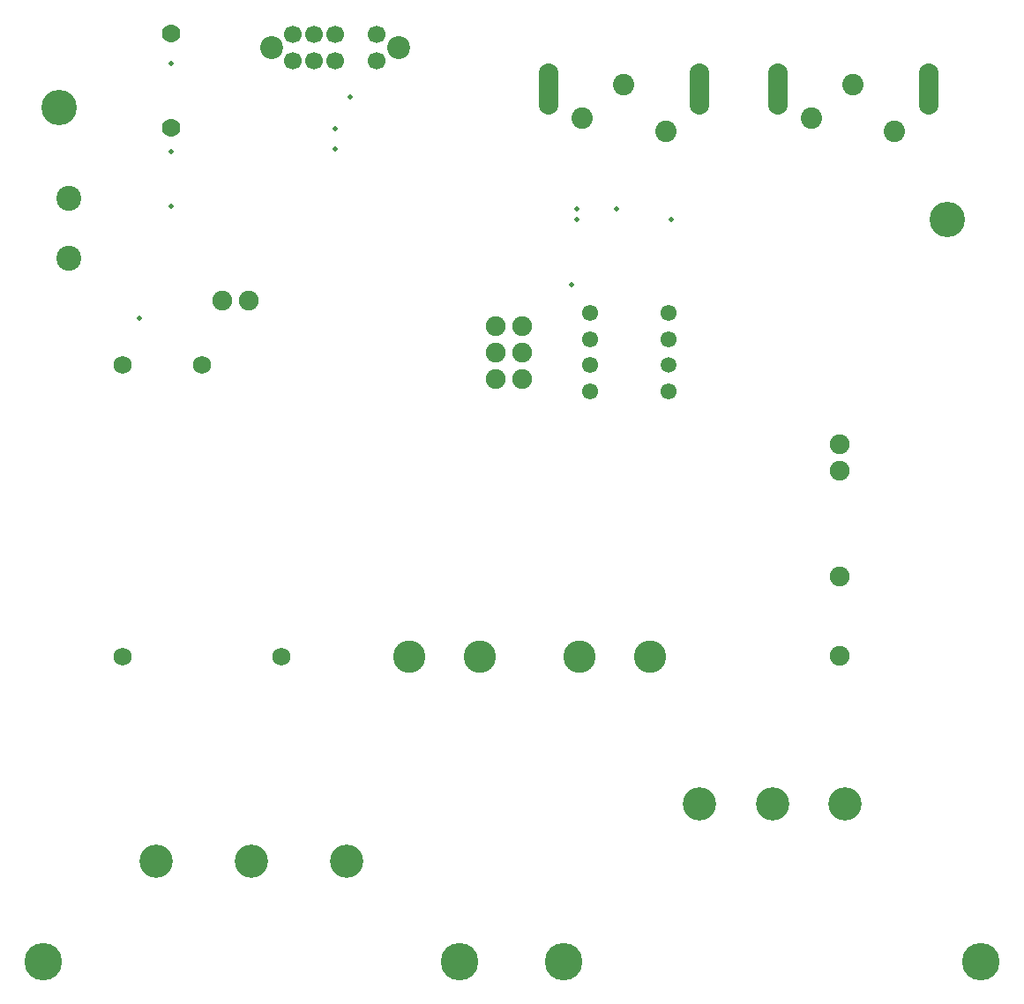
<source format=gbs>
%FSLAX46Y46*%
%MOMM*%
%AMPS18*
1,1,2.200000,0.000000,0.000000*
%
%ADD18PS18*%
%AMPS19*
1,1,1.700000,0.000000,0.000000*
%
%ADD19PS19*%
%AMPS23*
1,1,1.550000,0.000000,0.000000*
%
%ADD23PS23*%
%AMPS22*
1,1,1.500000,0.000000,0.000000*
%
%ADD22PS22*%
%AMPS27*
1,1,1.750000,0.000000,0.000000*
%
%ADD27PS27*%
%AMPS25*
1,1,3.200000,0.000000,0.000000*
%
%ADD25PS25*%
%AMPS16*
1,1,2.400000,0.000000,0.000000*
%
%ADD16PS16*%
%AMPS24*
1,1,1.550000,0.000000,0.000000*
%
%ADD24PS24*%
%AMPS28*
1,1,3.200000,0.000000,0.000000*
%
%ADD28PS28*%
%AMPS11*
1,1,2.050000,0.000000,0.000000*
%
%ADD11PS11*%
%AMPS21*
1,1,1.900000,0.000000,0.000000*
%
%ADD21PS21*%
%AMPS14*
1,1,1.900000,0.000000,0.000000*
%
%ADD14PS14*%
%AMPS20*
1,1,1.900000,0.000000,0.000000*
%
%ADD20PS20*%
%AMPS15*
1,1,3.100000,0.000000,0.000000*
%
%ADD15PS15*%
%AMPS13*
1,1,3.100000,0.000000,0.000000*
%
%ADD13PS13*%
%AMPS29*
1,1,0.500000,0.000000,0.000000*
%
%ADD29PS29*%
%AMPS10*
1,1,3.400000,0.000000,0.000000*
%
%ADD10PS10*%
%AMPS26*
1,1,3.600000,0.000000,0.000000*
%
%ADD26PS26*%
%AMPS17*
1,1,1.774800,0.000000,0.000000*
%
%ADD17PS17*%
%AMPS12*
21,1,3.000000,1.900000,0.000000,0.000000,90.000000*
1,1,1.900000,0.000000,1.500000*
1,1,1.900000,0.000000,-1.500000*
%
%ADD12PS12*%
G01*
G01*
%LPD*%
D10*
X91750000Y80000000D03*
D10*
X6500000Y90750000D03*
D11*
X64750000Y88500000D03*
D11*
X60750000Y93000000D03*
D11*
X56750000Y89750000D03*
D12*
X53500000Y92500000D03*
D12*
X68000000Y92500000D03*
D13*
X63230000Y38000000D03*
D13*
X56470000Y38000000D03*
D14*
X22230000Y72250000D03*
D14*
X24770000Y72250000D03*
D11*
X86750000Y88500000D03*
D11*
X82750000Y93000000D03*
D11*
X78750000Y89750000D03*
D12*
X75500000Y92500000D03*
D12*
X90000000Y92500000D03*
D15*
X40120000Y38000000D03*
D15*
X46880000Y38000000D03*
D16*
X7500000Y76250000D03*
D17*
X17250000Y88840000D03*
D17*
X17250000Y97907800D03*
D18*
X39100000Y96500000D03*
D18*
X26900000Y96500000D03*
D19*
X29000000Y97750000D03*
D19*
X33000000Y95250000D03*
D19*
X37000000Y95250000D03*
D19*
X37000000Y97750000D03*
D19*
X31000000Y97750000D03*
D19*
X31000000Y95250000D03*
D19*
X29000000Y95250000D03*
D19*
X33000000Y97750000D03*
D20*
X81500000Y38090000D03*
D20*
X81500000Y45710000D03*
D20*
X81500000Y58410000D03*
D20*
X81500000Y55870000D03*
D21*
X51020000Y67250000D03*
D21*
X48480000Y69790000D03*
D21*
X51020000Y69790000D03*
D21*
X48480000Y64710000D03*
D21*
X48480000Y67250000D03*
D21*
X51020000Y64710000D03*
D22*
X65000000Y66000000D03*
D23*
X57500000Y68500000D03*
D23*
X65000000Y63500000D03*
D23*
X65000000Y68500000D03*
D24*
X65000000Y71000000D03*
D23*
X57500000Y63500000D03*
D23*
X57500000Y71000000D03*
D23*
X57500000Y66000000D03*
D25*
X82000000Y23850000D03*
D26*
X55000000Y8750000D03*
D25*
X75000000Y23850000D03*
D25*
X68000000Y23850000D03*
D26*
X95000000Y8750000D03*
D27*
X12650000Y66000000D03*
D27*
X20250000Y66000000D03*
D27*
X27850000Y38000000D03*
D27*
X12650000Y38000000D03*
D16*
X7500000Y82000000D03*
D26*
X5000000Y8750000D03*
D28*
X34140000Y18400000D03*
D28*
X25000000Y18400000D03*
D28*
X15860000Y18400000D03*
D26*
X45000000Y8750000D03*
D29*
X33000000Y88750000D03*
D29*
X17250000Y95000000D03*
D29*
X60000000Y81000000D03*
D29*
X17250000Y81250000D03*
D29*
X17250000Y86500000D03*
D29*
X33000000Y86750000D03*
D29*
X56250000Y81000000D03*
D29*
X65250000Y80000000D03*
D29*
X14250000Y70500000D03*
D29*
X56250000Y80000000D03*
D29*
X55750000Y73750000D03*
D29*
X34500000Y91750000D03*
M02*

</source>
